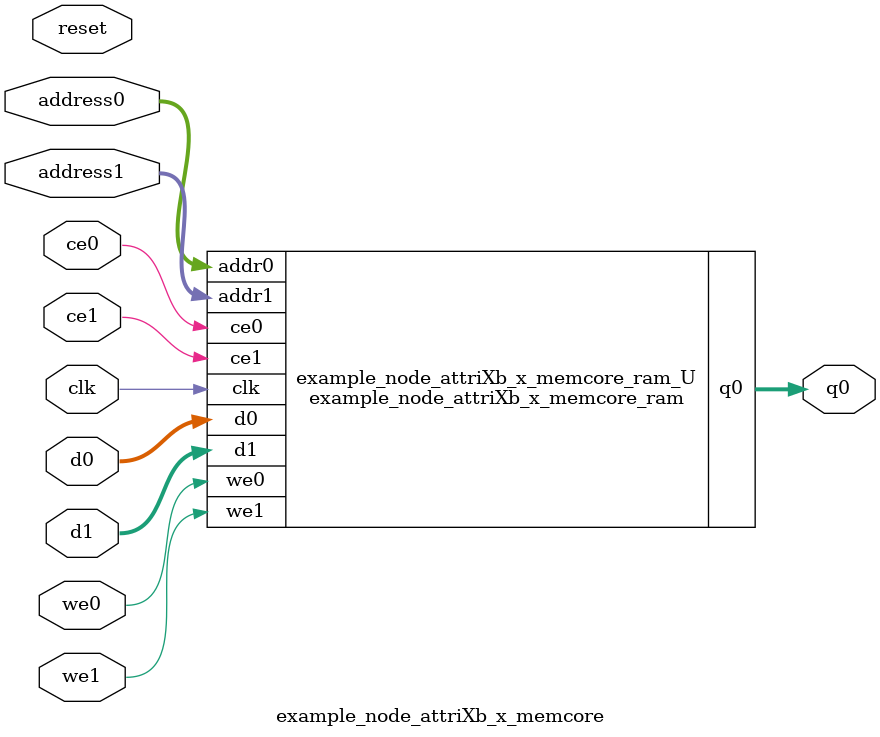
<source format=v>
`timescale 1 ns / 1 ps
module example_node_attriXb_x_memcore_ram (addr0, ce0, d0, we0, q0, addr1, ce1, d1, we1,  clk);

parameter DWIDTH = 14;
parameter AWIDTH = 6;
parameter MEM_SIZE = 60;

input[AWIDTH-1:0] addr0;
input ce0;
input[DWIDTH-1:0] d0;
input we0;
output reg[DWIDTH-1:0] q0;
input[AWIDTH-1:0] addr1;
input ce1;
input[DWIDTH-1:0] d1;
input we1;
input clk;

(* ram_style = "block" *)reg [DWIDTH-1:0] ram[0:MEM_SIZE-1];




always @(posedge clk)  
begin 
    if (ce0) begin
        if (we0) 
            ram[addr0] <= d0; 
        q0 <= ram[addr0];
    end
end


always @(posedge clk)  
begin 
    if (ce1) begin
        if (we1) 
            ram[addr1] <= d1; 
    end
end


endmodule

`timescale 1 ns / 1 ps
module example_node_attriXb_x_memcore(
    reset,
    clk,
    address0,
    ce0,
    we0,
    d0,
    q0,
    address1,
    ce1,
    we1,
    d1);

parameter DataWidth = 32'd14;
parameter AddressRange = 32'd60;
parameter AddressWidth = 32'd6;
input reset;
input clk;
input[AddressWidth - 1:0] address0;
input ce0;
input we0;
input[DataWidth - 1:0] d0;
output[DataWidth - 1:0] q0;
input[AddressWidth - 1:0] address1;
input ce1;
input we1;
input[DataWidth - 1:0] d1;



example_node_attriXb_x_memcore_ram example_node_attriXb_x_memcore_ram_U(
    .clk( clk ),
    .addr0( address0 ),
    .ce0( ce0 ),
    .we0( we0 ),
    .d0( d0 ),
    .q0( q0 ),
    .addr1( address1 ),
    .ce1( ce1 ),
    .we1( we1 ),
    .d1( d1 ));

endmodule


</source>
